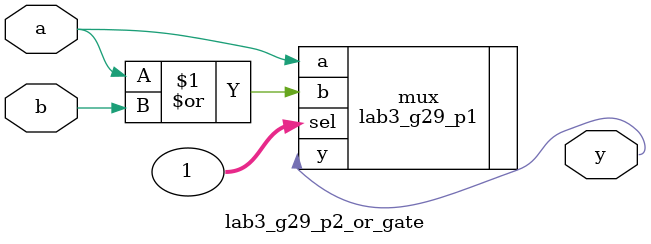
<source format=sv>
module lab3_g29_p2_or_gate (
    input logic a,
    input logic b,
    output logic y
);

lab3_g29_p1 mux (
    .a(a), // A girişini MUX'a bağlar
    .b(a | b), // A ve B'nin OR işlemi
    .sel(1), // Seçim sinyali sabit 1
    .y(y)
);

endmodule

</source>
